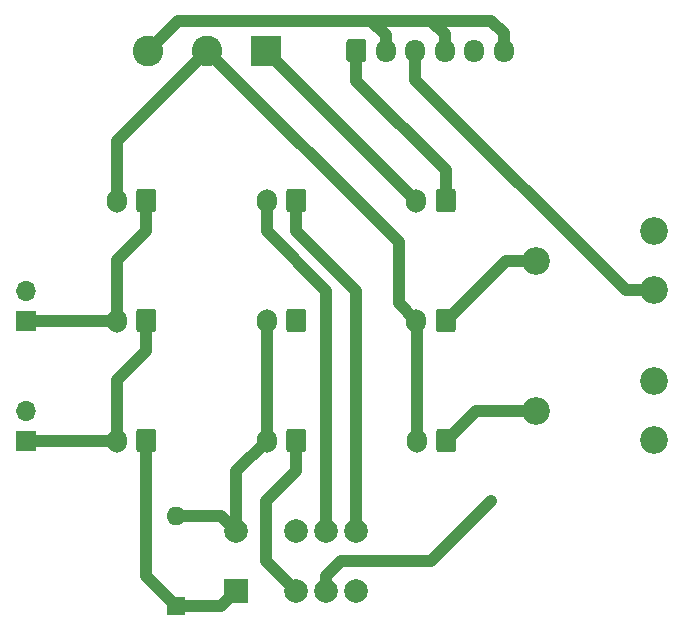
<source format=gtl>
%TF.GenerationSoftware,KiCad,Pcbnew,(5.1.9)-1*%
%TF.CreationDate,2021-09-13T23:33:08+02:00*%
%TF.ProjectId,SafetyBoard,53616665-7479-4426-9f61-72642e6b6963,rev?*%
%TF.SameCoordinates,Original*%
%TF.FileFunction,Copper,L1,Top*%
%TF.FilePolarity,Positive*%
%FSLAX46Y46*%
G04 Gerber Fmt 4.6, Leading zero omitted, Abs format (unit mm)*
G04 Created by KiCad (PCBNEW (5.1.9)-1) date 2021-09-13 23:33:08*
%MOMM*%
%LPD*%
G01*
G04 APERTURE LIST*
%TA.AperFunction,ComponentPad*%
%ADD10R,2.600000X2.600000*%
%TD*%
%TA.AperFunction,ComponentPad*%
%ADD11C,2.600000*%
%TD*%
%TA.AperFunction,ComponentPad*%
%ADD12O,1.700000X1.950000*%
%TD*%
%TA.AperFunction,ComponentPad*%
%ADD13R,1.600000X1.600000*%
%TD*%
%TA.AperFunction,ComponentPad*%
%ADD14O,1.600000X1.600000*%
%TD*%
%TA.AperFunction,ComponentPad*%
%ADD15C,2.000000*%
%TD*%
%TA.AperFunction,ComponentPad*%
%ADD16R,2.000000X2.000000*%
%TD*%
%TA.AperFunction,ComponentPad*%
%ADD17O,1.700000X2.000000*%
%TD*%
%TA.AperFunction,ComponentPad*%
%ADD18R,1.700000X1.700000*%
%TD*%
%TA.AperFunction,ComponentPad*%
%ADD19O,1.700000X1.700000*%
%TD*%
%TA.AperFunction,ComponentPad*%
%ADD20C,2.340000*%
%TD*%
%TA.AperFunction,ViaPad*%
%ADD21C,0.800000*%
%TD*%
%TA.AperFunction,Conductor*%
%ADD22C,1.000000*%
%TD*%
G04 APERTURE END LIST*
D10*
%TO.P,J4,1*%
%TO.N,Net-(HFD31-Pad4)*%
X149860000Y-33020000D03*
D11*
%TO.P,J4,2*%
%TO.N,Net-(J2-Pad2)*%
X144860000Y-33020000D03*
%TO.P,J4,3*%
%TO.N,Net-(D1-Pad2)*%
X139860000Y-33020000D03*
%TD*%
%TO.P,J5,1*%
%TO.N,Net-(J1-Pad1)*%
%TA.AperFunction,ComponentPad*%
G36*
G01*
X156630000Y-33745000D02*
X156630000Y-32295000D01*
G75*
G02*
X156880000Y-32045000I250000J0D01*
G01*
X158080000Y-32045000D01*
G75*
G02*
X158330000Y-32295000I0J-250000D01*
G01*
X158330000Y-33745000D01*
G75*
G02*
X158080000Y-33995000I-250000J0D01*
G01*
X156880000Y-33995000D01*
G75*
G02*
X156630000Y-33745000I0J250000D01*
G01*
G37*
%TD.AperFunction*%
D12*
%TO.P,J5,2*%
%TO.N,Net-(D1-Pad2)*%
X159980000Y-33020000D03*
%TO.P,J5,3*%
%TO.N,Net-(J5-Pad3)*%
X162480000Y-33020000D03*
%TO.P,J5,4*%
%TO.N,Net-(D1-Pad2)*%
X164980000Y-33020000D03*
%TO.P,J5,5*%
%TO.N,Net-(J5-Pad5)*%
X167480000Y-33020000D03*
%TO.P,J5,6*%
%TO.N,Net-(D1-Pad2)*%
X169980000Y-33020000D03*
%TD*%
D13*
%TO.P,D1,1*%
%TO.N,Net-(D1-Pad1)*%
X142240000Y-80010000D03*
D14*
%TO.P,D1,2*%
%TO.N,Net-(D1-Pad2)*%
X142240000Y-72390000D03*
%TD*%
D15*
%TO.P,HFD31,9*%
%TO.N,Net-(HFD31-Pad9)*%
X154940000Y-73660000D03*
%TO.P,HFD31,4*%
%TO.N,Net-(HFD31-Pad4)*%
X154940000Y-78740000D03*
%TO.P,HFD31,12*%
%TO.N,Net-(D1-Pad2)*%
X147320000Y-73660000D03*
%TO.P,HFD31,10*%
%TO.N,Net-(HFD31-Pad10)*%
X152400000Y-73660000D03*
D16*
%TO.P,HFD31,1*%
%TO.N,Net-(D1-Pad1)*%
X147320000Y-78740000D03*
D15*
%TO.P,HFD31,3*%
%TO.N,Net-(HFD31-Pad3)*%
X152400000Y-78740000D03*
%TO.P,HFD31,8*%
%TO.N,Net-(HFD31-Pad8)*%
X157480000Y-73660000D03*
%TO.P,HFD31,5*%
%TO.N,Net-(HFD31-Pad5)*%
X157480000Y-78740000D03*
%TD*%
D17*
%TO.P,J1,2*%
%TO.N,Net-(HFD31-Pad4)*%
X162560000Y-45720000D03*
%TO.P,J1,1*%
%TO.N,Net-(J1-Pad1)*%
%TA.AperFunction,ComponentPad*%
G36*
G01*
X165910000Y-44970000D02*
X165910000Y-46470000D01*
G75*
G02*
X165660000Y-46720000I-250000J0D01*
G01*
X164460000Y-46720000D01*
G75*
G02*
X164210000Y-46470000I0J250000D01*
G01*
X164210000Y-44970000D01*
G75*
G02*
X164460000Y-44720000I250000J0D01*
G01*
X165660000Y-44720000D01*
G75*
G02*
X165910000Y-44970000I0J-250000D01*
G01*
G37*
%TD.AperFunction*%
%TD*%
%TO.P,J2,1*%
%TO.N,Net-(J2-Pad1)*%
%TA.AperFunction,ComponentPad*%
G36*
G01*
X165910000Y-55130000D02*
X165910000Y-56630000D01*
G75*
G02*
X165660000Y-56880000I-250000J0D01*
G01*
X164460000Y-56880000D01*
G75*
G02*
X164210000Y-56630000I0J250000D01*
G01*
X164210000Y-55130000D01*
G75*
G02*
X164460000Y-54880000I250000J0D01*
G01*
X165660000Y-54880000D01*
G75*
G02*
X165910000Y-55130000I0J-250000D01*
G01*
G37*
%TD.AperFunction*%
%TO.P,J2,2*%
%TO.N,Net-(J2-Pad2)*%
X162560000Y-55880000D03*
%TD*%
%TO.P,J3,2*%
%TO.N,Net-(J2-Pad2)*%
X162600000Y-66040000D03*
%TO.P,J3,1*%
%TO.N,Net-(J3-Pad1)*%
%TA.AperFunction,ComponentPad*%
G36*
G01*
X165950000Y-65290000D02*
X165950000Y-66790000D01*
G75*
G02*
X165700000Y-67040000I-250000J0D01*
G01*
X164500000Y-67040000D01*
G75*
G02*
X164250000Y-66790000I0J250000D01*
G01*
X164250000Y-65290000D01*
G75*
G02*
X164500000Y-65040000I250000J0D01*
G01*
X165700000Y-65040000D01*
G75*
G02*
X165950000Y-65290000I0J-250000D01*
G01*
G37*
%TD.AperFunction*%
%TD*%
%TO.P,J6,1*%
%TO.N,Net-(J6-Pad1)*%
%TA.AperFunction,ComponentPad*%
G36*
G01*
X140550000Y-44970000D02*
X140550000Y-46470000D01*
G75*
G02*
X140300000Y-46720000I-250000J0D01*
G01*
X139100000Y-46720000D01*
G75*
G02*
X138850000Y-46470000I0J250000D01*
G01*
X138850000Y-44970000D01*
G75*
G02*
X139100000Y-44720000I250000J0D01*
G01*
X140300000Y-44720000D01*
G75*
G02*
X140550000Y-44970000I0J-250000D01*
G01*
G37*
%TD.AperFunction*%
%TO.P,J6,2*%
%TO.N,Net-(J2-Pad2)*%
X137200000Y-45720000D03*
%TD*%
%TO.P,J7,1*%
%TO.N,Net-(J7-Pad1)*%
%TA.AperFunction,ComponentPad*%
G36*
G01*
X140550000Y-55130000D02*
X140550000Y-56630000D01*
G75*
G02*
X140300000Y-56880000I-250000J0D01*
G01*
X139100000Y-56880000D01*
G75*
G02*
X138850000Y-56630000I0J250000D01*
G01*
X138850000Y-55130000D01*
G75*
G02*
X139100000Y-54880000I250000J0D01*
G01*
X140300000Y-54880000D01*
G75*
G02*
X140550000Y-55130000I0J-250000D01*
G01*
G37*
%TD.AperFunction*%
%TO.P,J7,2*%
%TO.N,Net-(J6-Pad1)*%
X137200000Y-55880000D03*
%TD*%
%TO.P,J8,1*%
%TO.N,Net-(D1-Pad1)*%
%TA.AperFunction,ComponentPad*%
G36*
G01*
X140550000Y-65290000D02*
X140550000Y-66790000D01*
G75*
G02*
X140300000Y-67040000I-250000J0D01*
G01*
X139100000Y-67040000D01*
G75*
G02*
X138850000Y-66790000I0J250000D01*
G01*
X138850000Y-65290000D01*
G75*
G02*
X139100000Y-65040000I250000J0D01*
G01*
X140300000Y-65040000D01*
G75*
G02*
X140550000Y-65290000I0J-250000D01*
G01*
G37*
%TD.AperFunction*%
%TO.P,J8,2*%
%TO.N,Net-(J7-Pad1)*%
X137200000Y-66040000D03*
%TD*%
%TO.P,J9,1*%
%TO.N,Net-(HFD31-Pad8)*%
%TA.AperFunction,ComponentPad*%
G36*
G01*
X153250000Y-44970000D02*
X153250000Y-46470000D01*
G75*
G02*
X153000000Y-46720000I-250000J0D01*
G01*
X151800000Y-46720000D01*
G75*
G02*
X151550000Y-46470000I0J250000D01*
G01*
X151550000Y-44970000D01*
G75*
G02*
X151800000Y-44720000I250000J0D01*
G01*
X153000000Y-44720000D01*
G75*
G02*
X153250000Y-44970000I0J-250000D01*
G01*
G37*
%TD.AperFunction*%
%TO.P,J9,2*%
%TO.N,Net-(HFD31-Pad9)*%
X149900000Y-45720000D03*
%TD*%
%TO.P,J10,2*%
%TO.N,Net-(D1-Pad2)*%
X149900000Y-66040000D03*
%TO.P,J10,1*%
%TO.N,Net-(HFD31-Pad3)*%
%TA.AperFunction,ComponentPad*%
G36*
G01*
X153250000Y-65290000D02*
X153250000Y-66790000D01*
G75*
G02*
X153000000Y-67040000I-250000J0D01*
G01*
X151800000Y-67040000D01*
G75*
G02*
X151550000Y-66790000I0J250000D01*
G01*
X151550000Y-65290000D01*
G75*
G02*
X151800000Y-65040000I250000J0D01*
G01*
X153000000Y-65040000D01*
G75*
G02*
X153250000Y-65290000I0J-250000D01*
G01*
G37*
%TD.AperFunction*%
%TD*%
%TO.P,J11,2*%
%TO.N,Net-(D1-Pad2)*%
X149900000Y-55880000D03*
%TO.P,J11,1*%
%TO.N,Net-(HFD31-Pad5)*%
%TA.AperFunction,ComponentPad*%
G36*
G01*
X153250000Y-55130000D02*
X153250000Y-56630000D01*
G75*
G02*
X153000000Y-56880000I-250000J0D01*
G01*
X151800000Y-56880000D01*
G75*
G02*
X151550000Y-56630000I0J250000D01*
G01*
X151550000Y-55130000D01*
G75*
G02*
X151800000Y-54880000I250000J0D01*
G01*
X153000000Y-54880000D01*
G75*
G02*
X153250000Y-55130000I0J-250000D01*
G01*
G37*
%TD.AperFunction*%
%TD*%
D18*
%TO.P,JP1,1*%
%TO.N,Net-(J6-Pad1)*%
X129540000Y-55880000D03*
D19*
%TO.P,JP1,2*%
%TO.N,Net-(J7-Pad1)*%
X129540000Y-53340000D03*
%TD*%
%TO.P,JP2,2*%
%TO.N,Net-(D1-Pad1)*%
X129540000Y-63500000D03*
D18*
%TO.P,JP2,1*%
%TO.N,Net-(J7-Pad1)*%
X129540000Y-66040000D03*
%TD*%
D20*
%TO.P,RV1,3*%
%TO.N,Net-(J5-Pad3)*%
X182720000Y-53300000D03*
%TO.P,RV1,2*%
%TO.N,Net-(J2-Pad1)*%
X172720000Y-50800000D03*
%TO.P,RV1,1*%
%TO.N,Net-(RV1-Pad1)*%
X182720000Y-48300000D03*
%TD*%
%TO.P,RV2,1*%
%TO.N,Net-(RV2-Pad1)*%
X182720000Y-61000000D03*
%TO.P,RV2,2*%
%TO.N,Net-(J3-Pad1)*%
X172720000Y-63500000D03*
%TO.P,RV2,3*%
%TO.N,Net-(J5-Pad5)*%
X182720000Y-66000000D03*
%TD*%
D21*
%TO.N,Net-(HFD31-Pad4)*%
X168910000Y-71120000D03*
%TD*%
D22*
%TO.N,Net-(D1-Pad1)*%
X139700000Y-77470000D02*
X142240000Y-80010000D01*
X139700000Y-66040000D02*
X139700000Y-77470000D01*
X146050000Y-80010000D02*
X147320000Y-78740000D01*
X142240000Y-80010000D02*
X146050000Y-80010000D01*
%TO.N,Net-(D1-Pad2)*%
X169980000Y-31550000D02*
X169980000Y-33020000D01*
X168910000Y-30480000D02*
X169980000Y-31550000D01*
X164980000Y-31630000D02*
X163830000Y-30480000D01*
X164980000Y-33020000D02*
X164980000Y-31630000D01*
X163830000Y-30480000D02*
X168910000Y-30480000D01*
X159980000Y-33020000D02*
X159980000Y-31710000D01*
X158750000Y-30480000D02*
X158115000Y-30480000D01*
X159980000Y-31710000D02*
X158750000Y-30480000D01*
X158115000Y-30480000D02*
X163830000Y-30480000D01*
X142400000Y-30480000D02*
X139860000Y-33020000D01*
X158115000Y-30480000D02*
X142400000Y-30480000D01*
X146050000Y-72390000D02*
X147320000Y-73660000D01*
X142240000Y-72390000D02*
X146050000Y-72390000D01*
X147320000Y-68620000D02*
X149900000Y-66040000D01*
X147320000Y-73660000D02*
X147320000Y-68620000D01*
X149900000Y-66040000D02*
X149900000Y-55880000D01*
%TO.N,Net-(HFD31-Pad9)*%
X154940000Y-73660000D02*
X154940000Y-53340000D01*
X149900000Y-48300000D02*
X149900000Y-45720000D01*
X154940000Y-53340000D02*
X149900000Y-48300000D01*
%TO.N,Net-(HFD31-Pad4)*%
X162560000Y-45720000D02*
X149860000Y-33020000D01*
X154940000Y-78740000D02*
X154940000Y-77470000D01*
X154940000Y-77470000D02*
X156210000Y-76200000D01*
X163830000Y-76200000D02*
X168910000Y-71120000D01*
X156210000Y-76200000D02*
X163830000Y-76200000D01*
%TO.N,Net-(HFD31-Pad3)*%
X152400000Y-66040000D02*
X152400000Y-68580000D01*
X152400000Y-68580000D02*
X149860000Y-71120000D01*
X149860000Y-76200000D02*
X152400000Y-78740000D01*
X149860000Y-71120000D02*
X149860000Y-76200000D01*
%TO.N,Net-(HFD31-Pad8)*%
X157480000Y-73660000D02*
X157480000Y-53340000D01*
X152400000Y-48260000D02*
X152400000Y-45720000D01*
X157480000Y-53340000D02*
X152400000Y-48260000D01*
%TO.N,Net-(J1-Pad1)*%
X165060000Y-45720000D02*
X165060000Y-43140000D01*
X157480000Y-35560000D02*
X157480000Y-33020000D01*
X165060000Y-43140000D02*
X157480000Y-35560000D01*
%TO.N,Net-(J2-Pad2)*%
X162600000Y-55920000D02*
X162560000Y-55880000D01*
X162600000Y-66040000D02*
X162600000Y-55920000D01*
X161059990Y-49219990D02*
X144860000Y-33020000D01*
X161059990Y-54379990D02*
X161059990Y-49219990D01*
X162560000Y-55880000D02*
X161059990Y-54379990D01*
X137200000Y-40680000D02*
X144860000Y-33020000D01*
X137200000Y-45720000D02*
X137200000Y-40680000D01*
%TO.N,Net-(J3-Pad1)*%
X167640000Y-63500000D02*
X165100000Y-66040000D01*
X172720000Y-63500000D02*
X167640000Y-63500000D01*
%TO.N,Net-(J7-Pad1)*%
X139700000Y-55880000D02*
X139700000Y-58420000D01*
X137200000Y-60920000D02*
X137200000Y-66040000D01*
X139700000Y-58420000D02*
X137200000Y-60920000D01*
X137200000Y-66040000D02*
X129540000Y-66040000D01*
%TO.N,Net-(J5-Pad3)*%
X162480000Y-33020000D02*
X162480000Y-35480000D01*
X180300000Y-53300000D02*
X182720000Y-53300000D01*
X162480000Y-35480000D02*
X180300000Y-53300000D01*
%TO.N,Net-(J6-Pad1)*%
X139700000Y-45720000D02*
X139700000Y-48260000D01*
X137200000Y-50760000D02*
X137200000Y-55880000D01*
X139700000Y-48260000D02*
X137200000Y-50760000D01*
X137200000Y-55880000D02*
X129540000Y-55880000D01*
%TO.N,Net-(J2-Pad1)*%
X170140000Y-50800000D02*
X165060000Y-55880000D01*
X172720000Y-50800000D02*
X170140000Y-50800000D01*
%TD*%
M02*

</source>
